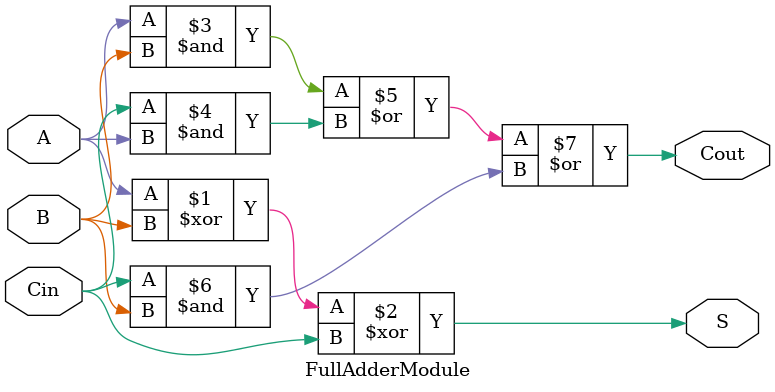
<source format=sv>
module FullAdderModule (
    input logic A,          // Entrada A
    input logic B,          // Entrada B
    input logic Cin,        // Carry in
    output logic S,         // Suma
    output logic Cout       // Carry out
);

    // Lógica del sumador completo de 1 bit
    assign S = A ^ B ^ Cin;               // Suma
    assign Cout = (A & B) | (Cin & A) | (Cin & B);  // Carry out

endmodule
</source>
